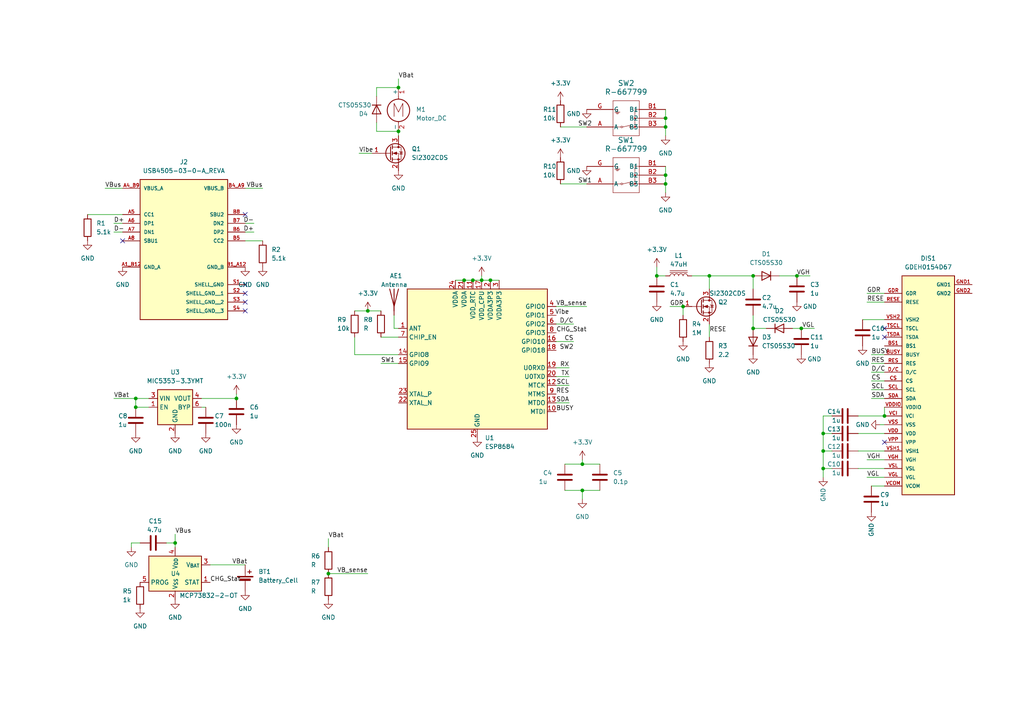
<source format=kicad_sch>
(kicad_sch (version 20231120) (generator "eeschema") (generator_version "8.0")
  (paper "A4")
  (lib_symbols
    (symbol "Battery_Management:MCP73832-2-OT"
      (property "Reference" "U" (at -7.62 6.35 0))
      (property "Value" "MCP73832-2-OT" (at 1.27 6.35 0))
      (symbol "MCP73832-2-OT_0_1"
        (rectangle (start -7.62 5.08) (end 7.62 -5.08) (stroke (width 0.254)) (fill (type background)))
      )
      (symbol "MCP73832-2-OT_1_1"
        (pin output line (at 10.16 -2.54 180) (length 2.54) (name "STAT") (number "1"))
        (pin power_in line (at 0 -7.62 90) (length 2.54) (name "V_{SS}") (number "2"))
        (pin power_out line (at 10.16 2.54 180) (length 2.54) (name "V_{BAT}") (number "3"))
        (pin power_in line (at 0 7.62 270) (length 2.54) (name "V_{DD}") (number "4"))
        (pin input line (at -10.16 -2.54 0) (length 2.54) (name "PROG") (number "5"))
      )
    )
    (symbol "Device:Antenna" (pin_numbers hide) (pin_names (offset 1.016) hide)
      (property "Reference" "AE" (at -1.905 1.905 0))
      (property "Value" "Antenna" (at -1.905 0 0))
      (symbol "Antenna_0_1"
        (polyline (pts (xy 0 2.54) (xy 0 -3.81)) (stroke (width 0.254)))
        (polyline (pts (xy 1.27 2.54) (xy 0 -2.54) (xy -1.27 2.54)) (stroke (width 0.254)))
      )
      (symbol "Antenna_1_1"
        (pin input line (at 0 -5.08 90) (length 2.54) (name "A") (number "1"))
      )
    )
    (symbol "Device:Battery_Cell" (pin_numbers hide) (pin_names (offset 0) hide)
      (property "Reference" "BT" (at 2.54 2.54 0))
      (property "Value" "Battery_Cell" (at 2.54 0 0))
      (symbol "Battery_Cell_0_1"
        (rectangle (start -2.286 1.778) (end 2.286 1.524) (fill (type outline)))
        (rectangle (start -1.524 1.016) (end 1.524 0.508) (fill (type outline)))
        (polyline (pts (xy 0 0.762) (xy 0 0)))
        (polyline (pts (xy 0 1.778) (xy 0 2.54)))
        (polyline (pts (xy 0.762 3.048) (xy 1.778 3.048)) (stroke (width 0.254)))
        (polyline (pts (xy 1.27 3.556) (xy 1.27 2.54)) (stroke (width 0.254)))
      )
      (symbol "Battery_Cell_1_1"
        (pin passive line (at 0 5.08 270) (length 2.54) (name "+") (number "1"))
        (pin passive line (at 0 -2.54 90) (length 2.54) (name "-") (number "2"))
      )
    )
    (symbol "Device:C" (pin_numbers hide) (pin_names (offset 0.254))
      (property "Reference" "C" (at 0.635 2.54 0))
      (property "Value" "C" (at 0.635 -2.54 0))
      (symbol "C_0_1"
        (polyline (pts (xy -2.032 -0.762) (xy 2.032 -0.762)) (stroke (width 0.508)))
        (polyline (pts (xy -2.032 0.762) (xy 2.032 0.762)) (stroke (width 0.508)))
      )
      (symbol "C_1_1"
        (pin passive line (at 0 3.81 270) (length 2.794) (name "~") (number "1"))
        (pin passive line (at 0 -3.81 90) (length 2.794) (name "~") (number "2"))
      )
    )
    (symbol "Device:D" (pin_numbers hide) (pin_names (offset 1.016) hide)
      (property "Reference" "D" (at 0 2.54 0))
      (property "Value" "D" (at 0 -2.54 0))
      (symbol "D_0_1"
        (polyline (pts (xy -1.27 1.27) (xy -1.27 -1.27)) (stroke (width 0.254)))
        (polyline (pts (xy 1.27 0) (xy -1.27 0)))
        (polyline (pts (xy 1.27 1.27) (xy 1.27 -1.27) (xy -1.27 0) (xy 1.27 1.27)) (stroke (width 0.254)))
      )
      (symbol "D_1_1"
        (pin passive line (at -3.81 0 0) (length 2.54) (name "K") (number "1"))
        (pin passive line (at 3.81 0 180) (length 2.54) (name "A") (number "2"))
      )
    )
    (symbol "Device:L_Iron" (pin_numbers hide) (pin_names (offset 1.016) hide)
      (property "Reference" "L" (at -1.27 0 90))
      (property "Value" "L_Iron" (at 2.794 0 90))
      (symbol "L_Iron_0_1"
        (arc (start 0 -2.54) (mid 0.6323 -1.905) (end 0 -1.27))
        (arc (start 0 -1.27) (mid 0.6323 -0.635) (end 0 0))
        (polyline (pts (xy 1.016 2.54) (xy 1.016 -2.54)))
        (polyline (pts (xy 1.524 -2.54) (xy 1.524 2.54)))
        (arc (start 0 0) (mid 0.6323 0.635) (end 0 1.27))
        (arc (start 0 1.27) (mid 0.6323 1.905) (end 0 2.54))
      )
      (symbol "L_Iron_1_1"
        (pin passive line (at 0 3.81 270) (length 1.27) (name "1") (number "1"))
        (pin passive line (at 0 -3.81 90) (length 1.27) (name "2") (number "2"))
      )
    )
    (symbol "Device:R" (pin_numbers hide) (pin_names (offset 0))
      (property "Reference" "R" (at 2.032 0 90))
      (property "Value" "R" (at 0 0 90))
      (symbol "R_0_1"
        (rectangle (start -1.016 -2.54) (end 1.016 2.54) (stroke (width 0.254)))
      )
      (symbol "R_1_1"
        (pin passive line (at 0 3.81 270) (length 1.27) (name "~") (number "1"))
        (pin passive line (at 0 -3.81 90) (length 1.27) (name "~") (number "2"))
      )
    )
    (symbol "E-Paper-Watch-Library:ESP8684"
      (property "Reference" "U" (at 0 1.27 0))
      (property "Value" "ESP8684" (at 0 -3.81 0))
      (symbol "ESP8684_0_1"
        (rectangle (start -20.32 20.32) (end 20.32 -20.32) (stroke (width 0.254)) (fill (type background)))
      )
      (symbol "ESP8684_1_1"
        (pin input line (at -22.86 8.89 0) (length 2.54) (name "ANT") (number "1"))
        (pin bidirectional line (at 22.86 -15.24 180) (length 2.54) (name "MTDI") (number "10"))
        (pin power_in line (at -1.27 22.86 270) (length 2.54) (name "VDD_RTC") (number "11"))
        (pin bidirectional line (at 22.86 -7.62 180) (length 2.54) (name "MTCK") (number "12"))
        (pin bidirectional line (at 22.86 -12.7 180) (length 2.54) (name "MTDO") (number "13"))
        (pin bidirectional line (at -22.86 1.27 0) (length 2.54) (name "GPIO8") (number "14"))
        (pin bidirectional line (at -22.86 -1.27 0) (length 2.54) (name "GPIO9") (number "15"))
        (pin bidirectional line (at 22.86 5.08 180) (length 2.54) (name "GPIO10") (number "16"))
        (pin power_in line (at 1.27 22.86 270) (length 2.54) (name "VDD_CPU") (number "17"))
        (pin bidirectional line (at 22.86 2.54 180) (length 2.54) (name "GPIO18") (number "18"))
        (pin bidirectional line (at 22.86 -2.54 180) (length 2.54) (name "U0RXD") (number "19"))
        (pin power_in line (at 3.81 22.86 270) (length 2.54) (name "VDDA3P3") (number "2"))
        (pin bidirectional line (at 22.86 -5.08 180) (length 2.54) (name "U0TXD") (number "20"))
        (pin power_in line (at -3.81 22.86 270) (length 2.54) (name "VDDA") (number "21"))
        (pin bidirectional line (at -22.86 -12.7 0) (length 2.54) (name "XTAL_N") (number "22"))
        (pin bidirectional line (at -22.86 -10.16 0) (length 2.54) (name "XTAL_P") (number "23"))
        (pin power_in line (at -6.35 22.86 270) (length 2.54) (name "VDDA") (number "24"))
        (pin power_in line (at 0 -22.86 90) (length 2.54) (name "GND") (number "25"))
        (pin power_in line (at 6.35 22.86 270) (length 2.54) (name "VDDA3P3") (number "3"))
        (pin bidirectional line (at 22.86 15.24 180) (length 2.54) (name "GPIO0") (number "4"))
        (pin bidirectional line (at 22.86 12.7 180) (length 2.54) (name "GPIO1") (number "5"))
        (pin bidirectional line (at 22.86 10.16 180) (length 2.54) (name "GPIO2") (number "6"))
        (pin input line (at -22.86 6.35 0) (length 2.54) (name "CHIP_EN") (number "7"))
        (pin bidirectional line (at 22.86 7.62 180) (length 2.54) (name "GPIO3") (number "8"))
        (pin bidirectional line (at 22.86 -10.16 180) (length 2.54) (name "MTMS") (number "9"))
      )
    )
    (symbol "E-Paper-Watch-Library:GDEH0154D67" (pin_names (offset 1.016))
      (property "Reference" "DIS" (at 0 5.08 0))
      (property "Value" "GDEH0154D67" (at 0 -66.04 0))
      (symbol "GDEH0154D67_0_0"
        (rectangle (start 0 -60.96) (end 15.24 2.54) (stroke (width 0.254)) (fill (type background)))
        (pin bidirectional line (at -5.08 -17.78 0) (length 5.08) (name "BS1") (number "BS1"))
        (pin bidirectional line (at -5.08 -20.32 0) (length 5.08) (name "BUSY") (number "BUSY"))
        (pin bidirectional line (at -5.08 -27.94 0) (length 5.08) (name "CS") (number "CS"))
        (pin bidirectional line (at -5.08 -25.4 0) (length 5.08) (name "D/C") (number "D/C"))
        (pin bidirectional line (at -5.08 -2.54 0) (length 5.08) (name "GDR") (number "GDR"))
        (pin bidirectional line (at 20.32 0 180) (length 5.08) (name "GND1") (number "GND1"))
        (pin bidirectional line (at 20.32 -2.54 180) (length 5.08) (name "GND2") (number "GND2"))
        (pin bidirectional line (at -5.08 -22.86 0) (length 5.08) (name "RES") (number "RES"))
        (pin bidirectional line (at -5.08 -5.08 0) (length 5.08) (name "RESE") (number "RESE"))
        (pin bidirectional line (at -5.08 -30.48 0) (length 5.08) (name "SCL") (number "SCL"))
        (pin bidirectional line (at -5.08 -33.02 0) (length 5.08) (name "SDA") (number "SDA"))
        (pin bidirectional line (at -5.08 -12.7 0) (length 5.08) (name "TSCL") (number "TSCL"))
        (pin bidirectional line (at -5.08 -15.24 0) (length 5.08) (name "TSDA") (number "TSDA"))
        (pin bidirectional line (at -5.08 -38.1 0) (length 5.08) (name "VCI") (number "VCI"))
        (pin bidirectional line (at -5.08 -58.42 0) (length 5.08) (name "VCOM") (number "VCOM"))
        (pin bidirectional line (at -5.08 -43.18 0) (length 5.08) (name "VDD") (number "VDD"))
        (pin bidirectional line (at -5.08 -35.56 0) (length 5.08) (name "VDDIO") (number "VDDIO"))
        (pin bidirectional line (at -5.08 -50.8 0) (length 5.08) (name "VGH") (number "VGH"))
        (pin bidirectional line (at -5.08 -55.88 0) (length 5.08) (name "VGL") (number "VGL"))
        (pin bidirectional line (at -5.08 -45.72 0) (length 5.08) (name "VPP") (number "VPP"))
        (pin bidirectional line (at -5.08 -48.26 0) (length 5.08) (name "VSH1") (number "VSH1"))
        (pin bidirectional line (at -5.08 -10.16 0) (length 5.08) (name "VSH2") (number "VSH2"))
        (pin bidirectional line (at -5.08 -53.34 0) (length 5.08) (name "VSL") (number "VSL"))
        (pin bidirectional line (at -5.08 -40.64 0) (length 5.08) (name "VSS") (number "VSS"))
      )
    )
    (symbol "E-Paper-Watch-Library:R-667799" (pin_names (offset 0.254))
      (property "Reference" "SW" (at 11.43 7.62 0))
      (property "Value" "R-667799" (at 10.16 5.08 0))
      (symbol "R-667799_0_1"
        (polyline (pts (xy 7.62 -7.62) (xy 15.24 -7.62)) (stroke (width 0.127)))
        (polyline (pts (xy 7.62 0) (xy 8.89 0)) (stroke (width 0.127)))
        (polyline (pts (xy 7.62 2.54) (xy 7.62 -7.62)) (stroke (width 0.127)))
        (polyline (pts (xy 8.382 -1.016) (xy 9.398 -1.016)) (stroke (width 0.127)))
        (polyline (pts (xy 8.636 -1.27) (xy 9.144 -1.27)) (stroke (width 0.127)))
        (polyline (pts (xy 8.89 0) (xy 8.89 -0.762)) (stroke (width 0.127)))
        (polyline (pts (xy 9.652 -0.762) (xy 8.128 -0.762)) (stroke (width 0.127)))
        (polyline (pts (xy 9.906 -5.08) (xy 7.62 -5.08)) (stroke (width 0.127)))
        (polyline (pts (xy 10.414 -5.08) (xy 12.7 -4.572)) (stroke (width 0.127)))
        (polyline (pts (xy 12.954 -5.08) (xy 15.24 -5.08)) (stroke (width 0.127)))
        (polyline (pts (xy 13.97 -5.08) (xy 13.97 0)) (stroke (width 0.127)))
        (polyline (pts (xy 13.97 -2.54) (xy 15.24 -2.54)) (stroke (width 0.127)))
        (polyline (pts (xy 13.97 0) (xy 15.24 0)) (stroke (width 0.127)))
        (polyline (pts (xy 15.24 -7.62) (xy 15.24 2.54)) (stroke (width 0.127)))
        (polyline (pts (xy 15.24 2.54) (xy 7.62 2.54)) (stroke (width 0.127)))
        (circle (center 10.16 -5.08) (radius 0.254) (stroke (width 0.127)))
        (circle (center 12.7 -5.08) (radius 0.254) (stroke (width 0.127)))
        (circle (center 13.97 -5.08) (radius 0.127) (stroke (width 0.254)))
        (circle (center 13.97 -2.54) (radius 0.127) (stroke (width 0.254)))
        (pin unspecified line (at 0 -5.08 0) (length 7.62) (name "A") (number "A"))
        (pin unspecified line (at 22.86 0 180) (length 7.62) (name "B1") (number "B1"))
        (pin unspecified line (at 22.86 -2.54 180) (length 7.62) (name "B2") (number "B2"))
        (pin unspecified line (at 22.86 -5.08 180) (length 7.62) (name "B3") (number "B3"))
        (pin unspecified line (at 0 0 0) (length 7.62) (name "G") (number "G"))
      )
    )
    (symbol "E-Paper-Watch-Library:USB4505-03-0-A_REVA" (pin_names (offset 1.016))
      (property "Reference" "J" (at -12.7 16.002 0))
      (property "Value" "USB4505-03-0-A_REVA" (at -12.7 -26.162 0))
      (symbol "USB4505-03-0-A_REVA_0_0"
        (rectangle (start -12.7 15.24) (end 12.7 -25.4) (stroke (width 0.254)) (fill (type background)))
        (pin power_in line (at -17.78 -10.16 0) (length 5.08) (name "GND_A") (number "A1_B12"))
        (pin power_in line (at -17.78 12.7 0) (length 5.08) (name "VBUS_A") (number "A4_B9"))
        (pin bidirectional line (at -17.78 5.08 0) (length 5.08) (name "CC1") (number "A5"))
        (pin bidirectional line (at -17.78 2.54 0) (length 5.08) (name "DP1") (number "A6"))
        (pin bidirectional line (at -17.78 0 0) (length 5.08) (name "DN1") (number "A7"))
        (pin bidirectional line (at -17.78 -2.54 0) (length 5.08) (name "SBU1") (number "A8"))
        (pin power_in line (at 17.78 -10.16 180) (length 5.08) (name "GND_B") (number "B1_A12"))
        (pin power_in line (at 17.78 12.7 180) (length 5.08) (name "VBUS_B") (number "B4_A9"))
        (pin bidirectional line (at 17.78 -2.54 180) (length 5.08) (name "CC2") (number "B5"))
        (pin bidirectional line (at 17.78 0 180) (length 5.08) (name "DP2") (number "B6"))
        (pin bidirectional line (at 17.78 2.54 180) (length 5.08) (name "DN2") (number "B7"))
        (pin bidirectional line (at 17.78 5.08 180) (length 5.08) (name "SBU2") (number "B8"))
        (pin power_in line (at 17.78 -15.24 180) (length 5.08) (name "SHELL_GND") (number "S1"))
        (pin power_in line (at 17.78 -17.78 180) (length 5.08) (name "SHELL_GND__1") (number "S2"))
        (pin power_in line (at 17.78 -20.32 180) (length 5.08) (name "SHELL_GND__2") (number "S3"))
        (pin power_in line (at 17.78 -22.86 180) (length 5.08) (name "SHELL_GND__3") (number "S4"))
      )
    )
    (symbol "Motor:Motor_DC" (pin_names (offset 0))
      (property "Reference" "M" (at 2.54 2.54 0))
      (property "Value" "Motor_DC" (at 2.54 -5.08 0))
      (symbol "Motor_DC_0_0"
        (polyline (pts (xy -1.27 -3.302) (xy -1.27 0.508) (xy 0 -2.032) (xy 1.27 0.508) (xy 1.27 -3.302)))
      )
      (symbol "Motor_DC_0_1"
        (circle (center 0 -1.524) (radius 3.2512) (stroke (width 0.254)))
        (polyline (pts (xy 0 -7.62) (xy 0 -7.112)))
        (polyline (pts (xy 0 -4.7752) (xy 0 -5.1816)))
        (polyline (pts (xy 0 1.7272) (xy 0 2.0828)))
        (polyline (pts (xy 0 2.032) (xy 0 2.54)))
      )
      (symbol "Motor_DC_1_1"
        (pin passive line (at 0 5.08 270) (length 2.54) (name "+") (number "1"))
        (pin passive line (at 0 -7.62 90) (length 2.54) (name "-") (number "2"))
      )
    )
    (symbol "Regulator_Linear:MIC5353-3.3YMT"
      (property "Reference" "U" (at -3.81 6.35 0))
      (property "Value" "MIC5353-3.3YMT" (at 8.89 6.35 0))
      (symbol "MIC5353-3.3YMT_0_1"
        (rectangle (start -5.08 -5.08) (end 5.08 5.08) (stroke (width 0.254)) (fill (type background)))
        (pin input line (at -7.62 0 0) (length 2.54) (name "EN") (number "1"))
        (pin power_in line (at 0 -7.62 90) (length 2.54) (name "GND") (number "2"))
        (pin power_in line (at -7.62 2.54 0) (length 2.54) (name "VIN") (number "3"))
        (pin power_out line (at 7.62 2.54 180) (length 2.54) (name "VOUT") (number "4"))
        (pin no_connect line (at 5.08 -2.54 180) (length 2.54) hide (name "NC") (number "5"))
        (pin passive line (at 7.62 0 180) (length 2.54) (name "BYP") (number "6"))
        (pin passive line (at 0 -7.62 90) (length 2.54) hide (name "GND") (number "7"))
      )
    )
    (symbol "Transistor_FET:DMN2230U" (pin_names hide)
      (property "Reference" "Q" (at 5.08 1.905 0))
      (property "Value" "DMN2230U" (at 5.08 0 0))
      (symbol "DMN2230U_0_1"
        (polyline (pts (xy 0.254 0) (xy -2.54 0)))
        (polyline (pts (xy 0.254 1.905) (xy 0.254 -1.905)) (stroke (width 0.254)))
        (polyline (pts (xy 0.762 -1.27) (xy 0.762 -2.286)) (stroke (width 0.254)))
        (polyline (pts (xy 0.762 0.508) (xy 0.762 -0.508)) (stroke (width 0.254)))
        (polyline (pts (xy 0.762 2.286) (xy 0.762 1.27)) (stroke (width 0.254)))
        (polyline (pts (xy 2.54 2.54) (xy 2.54 1.778)))
        (polyline (pts (xy 2.54 -2.54) (xy 2.54 0) (xy 0.762 0)))
        (polyline (pts (xy 0.762 -1.778) (xy 3.302 -1.778) (xy 3.302 1.778) (xy 0.762 1.778)))
        (polyline (pts (xy 1.016 0) (xy 2.032 0.381) (xy 2.032 -0.381) (xy 1.016 0)) (fill (type outline)))
        (polyline (pts (xy 2.794 0.508) (xy 2.921 0.381) (xy 3.683 0.381) (xy 3.81 0.254)))
        (polyline (pts (xy 3.302 0.381) (xy 2.921 -0.254) (xy 3.683 -0.254) (xy 3.302 0.381)))
        (circle (center 1.651 0) (radius 2.794) (stroke (width 0.254)))
        (circle (center 2.54 -1.778) (radius 0.254) (fill (type outline)))
        (circle (center 2.54 1.778) (radius 0.254) (fill (type outline)))
      )
      (symbol "DMN2230U_1_1"
        (pin input line (at -5.08 0 0) (length 2.54) (name "G") (number "1"))
        (pin passive line (at 2.54 -5.08 90) (length 2.54) (name "S") (number "2"))
        (pin passive line (at 2.54 5.08 270) (length 2.54) (name "D") (number "3"))
      )
    )
    (symbol "power:+3.3V" (power) (pin_names (offset 0))
      (property "Value" "+3.3V" (at 0 3.556 0))
      (symbol "+3.3V_0_1"
        (polyline (pts (xy -0.762 1.27) (xy 0 2.54)))
        (polyline (pts (xy 0 0) (xy 0 2.54)))
        (polyline (pts (xy 0 2.54) (xy 0.762 1.27)))
      )
      (symbol "+3.3V_1_1"
        (pin power_in line (at 0 0 90) (length 0) hide (name "+3.3V") (number "1"))
      )
    )
    (symbol "power:GND" (power) (pin_names (offset 0))
      (property "Value" "GND" (at 0 -3.81 0))
      (symbol "GND_0_1"
        (polyline (pts (xy 0 0) (xy 0 -1.27) (xy 1.27 -1.27) (xy 0 -2.54) (xy -1.27 -1.27) (xy 0 -1.27)))
      )
      (symbol "GND_1_1"
        (pin power_in line (at 0 0 270) (length 0) hide (name "GND") (number "1"))
      )
    )
  )
  (junction (at 238.76 130.81))
  (junction (at 142.24 81.28))
  (junction (at 139.7 81.28))
  (junction (at 193.04 34.29))
  (junction (at 190.5 80.01))
  (junction (at 39.37 115.57))
  (junction (at 238.76 135.89))
  (junction (at 193.04 36.83))
  (junction (at 168.91 134.62))
  (junction (at 232.41 95.25))
  (junction (at 68.58 115.57))
  (junction (at 106.68 90.17))
  (junction (at 134.62 81.28))
  (junction (at 39.37 118.11))
  (junction (at 50.8 157.48))
  (junction (at 168.91 142.24))
  (junction (at 238.76 125.73))
  (junction (at 137.16 81.28))
  (junction (at 193.04 50.8))
  (junction (at 231.14 80.01))
  (junction (at 218.44 95.25))
  (junction (at 95.25 166.37))
  (junction (at 205.74 80.01))
  (junction (at 198.12 88.9))
  (junction (at 115.57 25.4))
  (junction (at 256.54 120.65))
  (junction (at 193.04 53.34))
  (junction (at 218.44 80.01))
  (junction (at 115.57 38.1))
  (no_connect (at 35.56 69.85))
  (no_connect (at 71.12 82.55))
  (no_connect (at 256.54 97.79))
  (no_connect (at 71.12 87.63))
  (no_connect (at 256.54 95.25))
  (no_connect (at 71.12 85.09))
  (no_connect (at 256.54 128.27))
  (no_connect (at 71.12 62.23))
  (no_connect (at 71.12 90.17))
  (wire (pts (xy 95.25 156.21) (xy 95.25 158.75)))
  (wire (pts (xy 168.91 144.78) (xy 168.91 142.24)))
  (wire (pts (xy 110.49 97.79) (xy 115.57 97.79)))
  (wire (pts (xy 193.04 31.75) (xy 193.04 34.29)))
  (wire (pts (xy 190.5 80.01) (xy 193.04 80.01)))
  (wire (pts (xy 109.22 25.4) (xy 115.57 25.4)))
  (wire (pts (xy 193.04 50.8) (xy 193.04 53.34)))
  (wire (pts (xy 193.04 48.26) (xy 193.04 50.8)))
  (wire (pts (xy 60.96 163.83) (xy 71.12 163.83)))
  (wire (pts (xy 161.29 93.98) (xy 166.37 93.98)))
  (wire (pts (xy 161.29 111.76) (xy 165.1 111.76)))
  (wire (pts (xy 114.3 95.25) (xy 114.3 91.44)))
  (wire (pts (xy 252.73 113.03) (xy 256.54 113.03)))
  (wire (pts (xy 252.73 115.57) (xy 256.54 115.57)))
  (wire (pts (xy 58.42 115.57) (xy 68.58 115.57)))
  (wire (pts (xy 252.73 110.49) (xy 256.54 110.49)))
  (wire (pts (xy 218.44 95.25) (xy 222.25 95.25)))
  (wire (pts (xy 71.12 64.77) (xy 73.66 64.77)))
  (wire (pts (xy 232.41 95.25) (xy 229.87 95.25)))
  (wire (pts (xy 218.44 95.25) (xy 218.44 91.44)))
  (wire (pts (xy 168.91 134.62) (xy 173.99 134.62)))
  (wire (pts (xy 76.2 54.61) (xy 71.12 54.61)))
  (wire (pts (xy 33.02 115.57) (xy 39.37 115.57)))
  (wire (pts (xy 241.3 120.65) (xy 238.76 120.65)))
  (wire (pts (xy 251.46 87.63) (xy 256.54 87.63)))
  (wire (pts (xy 252.73 140.97) (xy 256.54 140.97)))
  (wire (pts (xy 109.22 27.94) (xy 109.22 25.4)))
  (wire (pts (xy 193.04 36.83) (xy 193.04 39.37)))
  (wire (pts (xy 232.41 95.25) (xy 236.22 95.25)))
  (wire (pts (xy 238.76 135.89) (xy 238.76 138.43)))
  (wire (pts (xy 252.73 107.95) (xy 256.54 107.95)))
  (wire (pts (xy 109.22 35.56) (xy 109.22 38.1)))
  (wire (pts (xy 205.74 93.98) (xy 205.74 97.79)))
  (wire (pts (xy 134.62 81.28) (xy 137.16 81.28)))
  (wire (pts (xy 33.02 67.31) (xy 35.56 67.31)))
  (wire (pts (xy 162.56 36.83) (xy 170.18 36.83)))
  (wire (pts (xy 114.3 95.25) (xy 115.57 95.25)))
  (wire (pts (xy 205.74 80.01) (xy 205.74 83.82)))
  (wire (pts (xy 48.26 157.48) (xy 50.8 157.48)))
  (wire (pts (xy 238.76 130.81) (xy 238.76 135.89)))
  (wire (pts (xy 33.02 64.77) (xy 35.56 64.77)))
  (wire (pts (xy 256.54 118.11) (xy 256.54 120.65)))
  (wire (pts (xy 168.91 142.24) (xy 163.83 142.24)))
  (wire (pts (xy 252.73 102.87) (xy 256.54 102.87)))
  (wire (pts (xy 95.25 166.37) (xy 106.68 166.37)))
  (wire (pts (xy 30.48 54.61) (xy 35.56 54.61)))
  (wire (pts (xy 241.3 130.81) (xy 238.76 130.81)))
  (wire (pts (xy 50.8 157.48) (xy 50.8 154.94)))
  (wire (pts (xy 238.76 120.65) (xy 238.76 125.73)))
  (wire (pts (xy 142.24 81.28) (xy 144.78 81.28)))
  (wire (pts (xy 248.92 135.89) (xy 256.54 135.89)))
  (wire (pts (xy 161.29 88.9) (xy 170.18 88.9)))
  (wire (pts (xy 218.44 83.82) (xy 218.44 80.01)))
  (wire (pts (xy 205.74 80.01) (xy 218.44 80.01)))
  (wire (pts (xy 168.91 133.35) (xy 168.91 134.62)))
  (wire (pts (xy 39.37 115.57) (xy 43.18 115.57)))
  (wire (pts (xy 109.22 38.1) (xy 115.57 38.1)))
  (wire (pts (xy 250.19 92.71) (xy 256.54 92.71)))
  (wire (pts (xy 102.87 90.17) (xy 106.68 90.17)))
  (wire (pts (xy 115.57 39.37) (xy 115.57 38.1)))
  (wire (pts (xy 132.08 81.28) (xy 134.62 81.28)))
  (wire (pts (xy 248.92 130.81) (xy 256.54 130.81)))
  (wire (pts (xy 102.87 102.87) (xy 115.57 102.87)))
  (wire (pts (xy 59.69 118.11) (xy 58.42 118.11)))
  (wire (pts (xy 193.04 34.29) (xy 193.04 36.83)))
  (wire (pts (xy 139.7 80.01) (xy 139.7 81.28)))
  (wire (pts (xy 161.29 99.06) (xy 166.37 99.06)))
  (wire (pts (xy 190.5 77.47) (xy 190.5 80.01)))
  (wire (pts (xy 104.14 44.45) (xy 107.95 44.45)))
  (wire (pts (xy 252.73 105.41) (xy 256.54 105.41)))
  (wire (pts (xy 110.49 90.17) (xy 106.68 90.17)))
  (wire (pts (xy 115.57 22.86) (xy 115.57 25.4)))
  (wire (pts (xy 255.27 123.19) (xy 256.54 123.19)))
  (wire (pts (xy 50.8 157.48) (xy 50.8 158.75)))
  (wire (pts (xy 161.29 109.22) (xy 165.1 109.22)))
  (wire (pts (xy 110.49 105.41) (xy 115.57 105.41)))
  (wire (pts (xy 71.12 67.31) (xy 73.66 67.31)))
  (wire (pts (xy 38.1 157.48) (xy 38.1 158.75)))
  (wire (pts (xy 238.76 125.73) (xy 238.76 130.81)))
  (wire (pts (xy 200.66 80.01) (xy 205.74 80.01)))
  (wire (pts (xy 231.14 80.01) (xy 234.95 80.01)))
  (wire (pts (xy 251.46 138.43) (xy 256.54 138.43)))
  (wire (pts (xy 241.3 125.73) (xy 238.76 125.73)))
  (wire (pts (xy 162.56 53.34) (xy 170.18 53.34)))
  (wire (pts (xy 226.06 80.01) (xy 231.14 80.01)))
  (wire (pts (xy 71.12 69.85) (xy 76.2 69.85)))
  (wire (pts (xy 25.4 62.23) (xy 35.56 62.23)))
  (wire (pts (xy 68.58 114.3) (xy 68.58 115.57)))
  (wire (pts (xy 39.37 118.11) (xy 43.18 118.11)))
  (wire (pts (xy 194.31 88.9) (xy 198.12 88.9)))
  (wire (pts (xy 193.04 55.88) (xy 193.04 53.34)))
  (wire (pts (xy 251.46 133.35) (xy 256.54 133.35)))
  (wire (pts (xy 168.91 142.24) (xy 173.99 142.24)))
  (wire (pts (xy 161.29 106.68) (xy 165.1 106.68)))
  (wire (pts (xy 248.92 120.65) (xy 256.54 120.65)))
  (wire (pts (xy 39.37 118.11) (xy 39.37 115.57)))
  (wire (pts (xy 40.64 157.48) (xy 38.1 157.48)))
  (wire (pts (xy 168.91 134.62) (xy 163.83 134.62)))
  (wire (pts (xy 139.7 81.28) (xy 142.24 81.28)))
  (wire (pts (xy 198.12 88.9) (xy 198.12 91.44)))
  (wire (pts (xy 102.87 97.79) (xy 102.87 102.87)))
  (wire (pts (xy 241.3 135.89) (xy 238.76 135.89)))
  (wire (pts (xy 248.92 125.73) (xy 256.54 125.73)))
  (wire (pts (xy 165.1 116.84) (xy 161.29 116.84)))
  (wire (pts (xy 137.16 81.28) (xy 139.7 81.28)))
  (wire (pts (xy 251.46 85.09) (xy 256.54 85.09)))
  (label "RX" (at 165.1 106.68 180))
  (label "VBus" (at 30.48 54.61 0))
  (label "CS" (at 166.37 99.06 180))
  (label "Vibe" (at 104.14 44.45 0))
  (label "GDR" (at 251.46 85.09 0))
  (label "BUSY" (at 166.37 119.38 180))
  (label "BUSY" (at 252.73 102.87 0))
  (label "VBat" (at 95.25 156.21 0))
  (label "D+" (at 73.66 67.31 180))
  (label "VBat" (at 33.02 115.57 0))
  (label "SCL" (at 165.1 111.76 180))
  (label "VBat" (at 67.31 163.83 0))
  (label "VGL" (at 236.22 95.25 180))
  (label "RES" (at 252.73 105.41 0))
  (label "D{slash}C" (at 252.73 107.95 0))
  (label "VB_sense" (at 170.18 88.9 180))
  (label "Vibe" (at 165.1 91.44 180))
  (label "VGH" (at 234.95 80.01 180))
  (label "D{slash}C" (at 166.37 93.98 180))
  (label "SCL" (at 252.73 113.03 0))
  (label "SW2" (at 167.64 36.83 0))
  (label "SW1" (at 110.49 105.41 0))
  (label "GDR" (at 194.31 88.9 0))
  (label "CHG_Stat" (at 170.18 96.52 180))
  (label "VB_sense" (at 106.68 166.37 180))
  (label "SW1" (at 167.64 53.34 0))
  (label "RES" (at 165.1 114.3 180))
  (label "D-" (at 73.66 64.77 180))
  (label "VBus" (at 76.2 54.61 180))
  (label "D+" (at 33.02 64.77 0))
  (label "D-" (at 33.02 67.31 0))
  (label "RESE" (at 205.74 96.52 0))
  (label "SDA" (at 165.1 116.84 180))
  (label "VGL" (at 251.46 138.43 0))
  (label "TX" (at 165.1 109.22 180))
  (label "VGH" (at 251.46 133.35 0))
  (label "RESE" (at 251.46 87.63 0))
  (label "SW2" (at 166.37 101.6 180))
  (label "SDA" (at 252.73 115.57 0))
  (label "VBus" (at 50.8 154.94 0))
  (label "CHG_Stat" (at 60.96 168.91 0))
  (label "CS" (at 252.73 110.49 0))
  (label "VBat" (at 115.57 22.86 0))
  (symbol (lib_id "power:GND") (at 170.18 48.26 0) (unit 1)
    (property "Reference" "#PWR031" (effects (hide yes)))
    (property "Value" "GND" (at 166.37 49.53 0))
  )
  (symbol (lib_id "power:GND") (at 168.91 144.78 0) (unit 1)
    (property "Reference" "#PWR020" (effects (hide yes)))
    (property "Value" "GND" (at 168.91 149.86 0))
  )
  (symbol (lib_id "E-Paper-Watch-Library:USB4505-03-0-A_REVA") (at 53.34 67.31 0) (unit 1)
    (property "Reference" "J2" (at 53.34 46.99 0))
    (property "Value" "USB4505-03-0-A_REVA" (at 53.34 49.53 0))
    (property "Footprint" "E-Paper_Watch-Library:GCT_USB4505-03-0-A_REVA" (effects (hide yes)))
    (property "PARTREV" "A" (effects (hide yes)))
    (property "STANDARD" "Manufacturer Recommendations" (effects (hide yes)))
    (property "MAXIMUM_PACKAGE_HEIGHT" "2.46mm" (effects (hide yes)))
    (property "MANUFACTURER" "GCT" (effects (hide yes)))
  )
  (symbol (lib_id "Device:C") (at 173.99 138.43 0) (unit 1)
    (property "Reference" "C5" (at 177.8 137.16 0) (effects (justify left)))
    (property "Value" "0.1p" (at 177.8 139.7 0) (effects (justify left)))
    (property "Footprint" "Capacitor_SMD:C_0805_2012Metric" (effects (hide yes)))
  )
  (symbol (lib_id "Device:D") (at 218.44 99.06 90) (unit 1)
    (property "Reference" "D3" (at 220.98 97.79 90) (effects (justify right)))
    (property "Value" "CTS05S30" (at 220.98 100.33 90) (effects (justify right)))
    (property "Footprint" "E-Paper_Watch-Library:D_SOD-882" (effects (hide yes)))
    (property "Sim.Device" "D" (effects (hide yes)))
    (property "Sim.Pins" "1=K 2=A" (effects (hide yes)))
  )
  (symbol (lib_id "Device:R") (at 205.74 101.6 0) (unit 1)
    (property "Reference" "R3" (at 208.28 100.33 0) (effects (justify left)))
    (property "Value" "2.2" (at 208.28 102.87 0) (effects (justify left)))
    (property "Footprint" "Resistor_SMD:R_0805_2012Metric" (effects (hide yes)))
  )
  (symbol (lib_id "power:GND") (at 198.12 99.06 0) (unit 1)
    (property "Reference" "#PWR017" (effects (hide yes)))
    (property "Value" "GND" (at 198.12 104.14 0))
  )
  (symbol (lib_id "E-Paper-Watch-Library:GDEH0154D67") (at 261.62 82.55 0) (unit 1)
    (property "Reference" "DIS1" (at 269.24 74.93 0))
    (property "Value" "GDEH0154D67" (at 269.24 77.47 0))
    (property "Footprint" "E-Paper_Watch-Library:GDEH0154D67" (effects (hide yes)))
  )
  (symbol (lib_id "Battery_Management:MCP73832-2-OT") (at 50.8 166.37 0) (unit 1)
    (property "Reference" "U4" (at 49.53 166.37 0) (effects (justify left)))
    (property "Value" "MCP73832-2-OT" (at 52.07 172.72 0) (effects (justify left)))
    (property "Footprint" "Package_TO_SOT_SMD:SOT-23-5" (effects (hide yes)))
    (property "Datasheet" "http://ww1.microchip.com/downloads/en/DeviceDoc/20001984g.pdf" (effects (hide yes)))
  )
  (symbol (lib_id "power:GND") (at 231.14 87.63 0) (unit 1)
    (property "Reference" "#PWR016" (effects (hide yes)))
    (property "Value" "GND" (at 234.95 88.9 0))
  )
  (symbol (lib_id "Device:C") (at 163.83 138.43 0) (unit 1)
    (property "Reference" "C4" (at 157.48 137.16 0) (effects (justify left)))
    (property "Value" "1u" (at 156.21 139.7 0) (effects (justify left)))
    (property "Footprint" "Capacitor_SMD:C_0805_2012Metric" (effects (hide yes)))
  )
  (symbol (lib_id "power:GND") (at 190.5 87.63 0) (unit 1)
    (property "Reference" "#PWR014" (effects (hide yes)))
    (property "Value" "GND" (at 190.5 92.71 0))
  )
  (symbol (lib_id "power:+3.3V") (at 162.56 29.21 0) (unit 1)
    (property "Reference" "#PWR036" (effects (hide yes)))
    (property "Value" "+3.3V" (at 162.56 24.13 0))
  )
  (symbol (lib_id "power:GND") (at 170.18 31.75 0) (unit 1)
    (property "Reference" "#PWR010" (effects (hide yes)))
    (property "Value" "GND" (at 166.37 33.02 0))
  )
  (symbol (lib_id "Device:D") (at 226.06 95.25 0) (unit 1)
    (property "Reference" "D2" (at 226.06 90.17 0))
    (property "Value" "CTS05S30" (at 226.06 92.71 0))
    (property "Footprint" "E-Paper_Watch-Library:D_SOD-882" (effects (hide yes)))
    (property "Sim.Device" "D" (effects (hide yes)))
    (property "Sim.Pins" "1=K 2=A" (effects (hide yes)))
  )
  (symbol (lib_id "Device:C") (at 59.69 121.92 0) (unit 1)
    (property "Reference" "C7" (at 62.23 120.65 0) (effects (justify left)))
    (property "Value" "100n" (at 62.23 123.19 0) (effects (justify left)))
    (property "Footprint" "Capacitor_SMD:C_0805_2012Metric" (effects (hide yes)))
  )
  (symbol (lib_id "power:GND") (at 35.56 77.47 0) (unit 1)
    (property "Reference" "#PWR07" (effects (hide yes)))
    (property "Value" "GND" (at 35.56 82.55 0))
  )
  (symbol (lib_id "Device:C") (at 39.37 121.92 0) (unit 1)
    (property "Reference" "C8" (at 34.29 120.65 0) (effects (justify left)))
    (property "Value" "1u" (at 34.29 123.19 0) (effects (justify left)))
    (property "Footprint" "Capacitor_SMD:C_0805_2012Metric" (effects (hide yes)))
  )
  (symbol (lib_id "E-Paper-Watch-Library:R-667799") (at 170.18 48.26 0) (unit 1)
    (property "Reference" "SW1" (at 181.61 40.64 0) (effects (font (size 1.524 1.524))))
    (property "Value" "R-667799" (at 181.61 43.18 0) (effects (font (size 1.524 1.524))))
    (property "Footprint" "E-Paper_Watch-Library:R-667799_MIT" (effects (hide yes)))
    (property "Datasheet" "R-667799" (effects (hide yes)))
  )
  (symbol (lib_id "power:GND") (at 250.19 100.33 0) (unit 1)
    (property "Reference" "#PWR034" (effects (hide yes)))
    (property "Value" "GND" (at 250.19 105.41 0))
  )
  (symbol (lib_id "power:GND") (at 205.74 105.41 0) (unit 1)
    (property "Reference" "#PWR018" (effects (hide yes)))
    (property "Value" "GND" (at 205.74 110.49 0))
  )
  (symbol (lib_id "power:GND") (at 71.12 77.47 0) (unit 1)
    (property "Reference" "#PWR01" (effects (hide yes)))
    (property "Value" "GND" (at 71.12 82.55 0))
  )
  (symbol (lib_id "Device:Battery_Cell") (at 71.12 168.91 0) (unit 1)
    (property "Reference" "BT1" (at 74.93 165.7985 0) (effects (justify left)))
    (property "Value" "Battery_Cell" (at 74.93 168.3385 0) (effects (justify left)))
  )
  (symbol (lib_id "power:GND") (at 40.64 176.53 0) (unit 1)
    (property "Reference" "#PWR022" (effects (hide yes)))
    (property "Value" "GND" (at 40.64 181.61 0))
  )
  (symbol (lib_id "Device:R") (at 95.25 170.18 0) (unit 1)
    (property "Reference" "R7" (at 90.17 168.91 0) (effects (justify left)))
    (property "Value" "R" (at 90.17 171.45 0) (effects (justify left)))
    (property "Footprint" "Resistor_SMD:R_0805_2012Metric" (effects (hide yes)))
  )
  (symbol (lib_id "Transistor_FET:DMN2230U") (at 203.2 88.9 0) (unit 1)
    (property "Reference" "Q2" (at 208.28 87.63 0) (effects (justify left)))
    (property "Value" "SI2302CDS" (at 205.74 85.09 0) (effects (justify left)))
    (property "Footprint" "Package_TO_SOT_SMD:SOT-23" (effects (hide yes)))
    (property "Datasheet" "https://www.vishay.com/docs/68645/si2302cds.pdf" (effects (hide yes)))
  )
  (symbol (lib_id "power:GND") (at 95.25 173.99 0) (unit 1)
    (property "Reference" "#PWR025" (effects (hide yes)))
    (property "Value" "GND" (at 95.25 179.07 0))
  )
  (symbol (lib_id "Device:C") (at 218.44 87.63 0) (unit 1)
    (property "Reference" "C2" (at 220.98 86.36 0) (effects (justify left)))
    (property "Value" "4.7u" (at 220.98 88.9 0) (effects (justify left)))
    (property "Footprint" "Capacitor_SMD:C_0805_2012Metric" (effects (hide yes)))
  )
  (symbol (lib_id "power:+3.3V") (at 168.91 133.35 0) (unit 1)
    (property "Reference" "#PWR019" (effects (hide yes)))
    (property "Value" "+3.3V" (at 168.91 128.27 0))
  )
  (symbol (lib_id "power:GND") (at 25.4 69.85 0) (unit 1)
    (property "Reference" "#PWR09" (effects (hide yes)))
    (property "Value" "GND" (at 25.4 74.93 0))
  )
  (symbol (lib_id "power:GND") (at 255.27 123.19 270) (unit 1)
    (property "Reference" "#PWR027" (effects (hide yes)))
    (property "Value" "GND" (at 250.19 123.19 90))
  )
  (symbol (lib_id "Device:C") (at 68.58 119.38 0) (unit 1)
    (property "Reference" "C6" (at 72.39 118.11 0) (effects (justify left)))
    (property "Value" "1u" (at 72.39 120.65 0) (effects (justify left)))
    (property "Footprint" "Capacitor_SMD:C_0805_2012Metric" (effects (hide yes)))
  )
  (symbol (lib_id "power:GND") (at 76.2 77.47 0) (unit 1)
    (property "Reference" "#PWR08" (effects (hide yes)))
    (property "Value" "GND" (at 76.2 82.55 0))
  )
  (symbol (lib_id "Device:C") (at 245.11 135.89 90) (unit 1)
    (property "Reference" "C10" (at 243.84 134.62 90) (effects (justify left)))
    (property "Value" "1u" (at 243.84 137.16 90) (effects (justify left)))
    (property "Footprint" "Capacitor_SMD:C_0805_2012Metric" (effects (hide yes)))
  )
  (symbol (lib_id "power:GND") (at 138.43 127 0) (unit 1)
    (property "Reference" "#PWR03" (effects (hide yes)))
    (property "Value" "GND" (at 138.43 132.08 0))
  )
  (symbol (lib_id "power:GND") (at 59.69 125.73 0) (unit 1)
    (property "Reference" "#PWR023" (effects (hide yes)))
    (property "Value" "GND" (at 59.69 130.81 0))
  )
  (symbol (lib_id "Device:R") (at 102.87 93.98 0) (unit 1)
    (property "Reference" "R9" (at 97.79 92.71 0) (effects (justify left)))
    (property "Value" "10k" (at 97.79 95.25 0) (effects (justify left)))
    (property "Footprint" "Resistor_SMD:R_0805_2012Metric" (effects (hide yes)))
  )
  (symbol (lib_id "power:GND") (at 115.57 49.53 0) (unit 1)
    (property "Reference" "#PWR012" (effects (hide yes)))
    (property "Value" "GND" (at 115.57 54.61 0))
  )
  (symbol (lib_id "power:GND") (at 50.8 125.73 0) (unit 1)
    (property "Reference" "#PWR05" (effects (hide yes)))
    (property "Value" "GND" (at 50.8 130.81 0))
  )
  (symbol (lib_id "power:+3.3V") (at 106.68 90.17 0) (unit 1)
    (property "Reference" "#PWR035" (effects (hide yes)))
    (property "Value" "+3.3V" (at 106.68 85.09 0))
  )
  (symbol (lib_id "power:GND") (at 50.8 173.99 0) (unit 1)
    (property "Reference" "#PWR04" (effects (hide yes)))
    (property "Value" "GND" (at 50.8 179.07 0))
  )
  (symbol (lib_id "Device:D") (at 222.25 80.01 180) (unit 1)
    (property "Reference" "D1" (at 222.25 73.66 0))
    (property "Value" "CTS05S30" (at 222.25 76.2 0))
    (property "Footprint" "E-Paper_Watch-Library:D_SOD-882" (effects (hide yes)))
    (property "Datasheet" "https://toshiba.semicon-storage.com/info/CTS05S30_datasheet_en_20140404.pdf?did=13982&prodName=CTS05S30" (effects (hide yes)))
    (property "Sim.Device" "D" (effects (hide yes)))
    (property "Sim.Pins" "1=K 2=A" (effects (hide yes)))
  )
  (symbol (lib_id "power:GND") (at 238.76 138.43 0) (unit 1)
    (property "Reference" "#PWR028" (effects (hide yes)))
    (property "Value" "GND" (at 238.76 143.51 90))
  )
  (symbol (lib_id "power:GND") (at 218.44 102.87 0) (unit 1)
    (property "Reference" "#PWR015" (effects (hide yes)))
    (property "Value" "GND" (at 218.44 107.95 0))
  )
  (symbol (lib_id "power:+3.3V") (at 68.58 114.3 0) (unit 1)
    (property "Reference" "#PWR02" (effects (hide yes)))
    (property "Value" "+3.3V" (at 68.58 109.22 0))
  )
  (symbol (lib_id "power:GND") (at 252.73 148.59 0) (unit 1)
    (property "Reference" "#PWR029" (effects (hide yes)))
    (property "Value" "GND" (at 252.73 153.67 90))
  )
  (symbol (lib_id "Device:R") (at 40.64 172.72 0) (unit 1)
    (property "Reference" "R5" (at 35.56 171.45 0) (effects (justify left)))
    (property "Value" "1k" (at 35.56 173.99 0) (effects (justify left)))
    (property "Footprint" "Resistor_SMD:R_0805_2012Metric" (effects (hide yes)))
  )
  (symbol (lib_id "Device:C") (at 252.73 144.78 0) (unit 1)
    (property "Reference" "C9" (at 255.27 143.51 0) (effects (justify left)))
    (property "Value" "1u" (at 255.27 146.05 0) (effects (justify left)))
    (property "Footprint" "Capacitor_SMD:C_0805_2012Metric" (effects (hide yes)))
  )
  (symbol (lib_id "Device:R") (at 110.49 93.98 0) (unit 1)
    (property "Reference" "R8" (at 105.41 92.71 0) (effects (justify left)))
    (property "Value" "R" (at 105.41 95.25 0) (effects (justify left)))
    (property "Footprint" "Resistor_SMD:R_0805_2012Metric" (effects (hide yes)))
  )
  (symbol (lib_id "power:GND") (at 39.37 125.73 0) (unit 1)
    (property "Reference" "#PWR024" (effects (hide yes)))
    (property "Value" "GND" (at 39.37 130.81 0))
  )
  (symbol (lib_id "power:GND") (at 38.1 158.75 0) (unit 1)
    (property "Reference" "#PWR030" (effects (hide yes)))
    (property "Value" "GND" (at 38.1 163.83 0))
  )
  (symbol (lib_id "Device:C") (at 232.41 99.06 0) (unit 1)
    (property "Reference" "C11" (at 234.95 97.79 0) (effects (justify left)))
    (property "Value" "1u" (at 234.95 100.33 0) (effects (justify left)))
    (property "Footprint" "Capacitor_SMD:C_0805_2012Metric" (effects (hide yes)))
  )
  (symbol (lib_id "Device:C") (at 44.45 157.48 90) (unit 1)
    (property "Reference" "C15" (at 46.99 151.13 90) (effects (justify left)))
    (property "Value" "4.7u" (at 46.99 153.67 90) (effects (justify left)))
    (property "Footprint" "Capacitor_SMD:C_0805_2012Metric" (effects (hide yes)))
  )
  (symbol (lib_id "power:+3.3V") (at 162.56 45.72 0) (unit 1)
    (property "Reference" "#PWR037" (effects (hide yes)))
    (property "Value" "+3.3V" (at 162.56 40.64 0))
  )
  (symbol (lib_id "Device:Antenna") (at 114.3 86.36 0) (unit 1)
    (property "Reference" "AE1" (at 113.03 80.01 0) (effects (justify left)))
    (property "Value" "Antenna" (at 110.49 82.55 0) (effects (justify left)))
  )
  (symbol (lib_id "Device:C") (at 245.11 125.73 90) (unit 1)
    (property "Reference" "C13" (at 243.84 124.46 90) (effects (justify left)))
    (property "Value" "1u" (at 243.84 127 90) (effects (justify left)))
    (property "Footprint" "Capacitor_SMD:C_0805_2012Metric" (effects (hide yes)))
  )
  (symbol (lib_id "Device:R") (at 162.56 33.02 0) (unit 1)
    (property "Reference" "R11" (at 157.48 31.75 0) (effects (justify left)))
    (property "Value" "10k" (at 157.48 34.29 0) (effects (justify left)))
    (property "Footprint" "Resistor_SMD:R_0805_2012Metric" (effects (hide yes)))
  )
  (symbol (lib_id "power:GND") (at 193.04 39.37 0) (unit 1)
    (property "Reference" "#PWR033" (effects (hide yes)))
    (property "Value" "GND" (at 193.04 44.45 0))
  )
  (symbol (lib_id "power:+3.3V") (at 139.7 80.01 0) (unit 1)
    (property "Reference" "#PWR013" (effects (hide yes)))
    (property "Value" "+3.3V" (at 139.7 74.93 0))
  )
  (symbol (lib_id "Motor:Motor_DC") (at 115.57 30.48 0) (unit 1)
    (property "Reference" "M1" (at 120.65 31.75 0) (effects (justify left)))
    (property "Value" "Motor_DC" (at 120.65 34.29 0) (effects (justify left)))
    (property "Footprint" "E-Paper_Watch-Library:Coin_Vibration_Motor_VC0824K001L" (effects (hide yes)))
  )
  (symbol (lib_id "Device:R") (at 25.4 66.04 0) (unit 1)
    (property "Reference" "R1" (at 27.94 64.77 0) (effects (justify left)))
    (property "Value" "5.1k" (at 27.94 67.31 0) (effects (justify left)))
    (property "Footprint" "Resistor_SMD:R_0805_2012Metric" (effects (hide yes)))
  )
  (symbol (lib_id "Device:R") (at 198.12 95.25 0) (unit 1)
    (property "Reference" "R4" (at 200.66 93.98 0) (effects (justify left)))
    (property "Value" "1M" (at 200.66 96.52 0) (effects (justify left)))
    (property "Footprint" "Resistor_SMD:R_0805_2012Metric" (effects (hide yes)))
  )
  (symbol (lib_id "Transistor_FET:DMN2230U") (at 113.03 44.45 0) (unit 1)
    (property "Reference" "Q1" (at 119.38 43.18 0) (effects (justify left)))
    (property "Value" "SI2302CDS" (at 119.38 45.72 0) (effects (justify left)))
    (property "Footprint" "Package_TO_SOT_SMD:SOT-23" (effects (hide yes)))
    (property "Datasheet" "https://www.vishay.com/docs/68645/si2302cds.pdf" (effects (hide yes)))
  )
  (symbol (lib_id "power:GND") (at 232.41 102.87 0) (unit 1)
    (property "Reference" "#PWR026" (effects (hide yes)))
    (property "Value" "GND" (at 236.22 104.14 0))
  )
  (symbol (lib_id "E-Paper-Watch-Library:R-667799") (at 170.18 31.75 0) (unit 1)
    (property "Reference" "SW2" (at 181.61 24.13 0) (effects (font (size 1.524 1.524))))
    (property "Value" "R-667799" (at 181.61 26.67 0) (effects (font (size 1.524 1.524))))
    (property "Footprint" "E-Paper_Watch-Library:R-667799_MIT" (effects (hide yes)))
    (property "Datasheet" "R-667799" (effects (hide yes)))
  )
  (symbol (lib_id "power:GND") (at 68.58 123.19 0) (unit 1)
    (property "Reference" "#PWR021" (effects (hide yes)))
    (property "Value" "GND" (at 68.58 128.27 0))
  )
  (symbol (lib_id "power:GND") (at 193.04 55.88 0) (unit 1)
    (property "Reference" "#PWR032" (effects (hide yes)))
    (property "Value" "GND" (at 193.04 60.96 0))
  )
  (symbol (lib_id "Device:C") (at 190.5 83.82 0) (unit 1)
    (property "Reference" "C1" (at 194.31 82.55 0) (effects (justify left)))
    (property "Value" "4.7u" (at 194.31 85.09 0) (effects (justify left)))
    (property "Footprint" "Capacitor_SMD:C_0805_2012Metric" (effects (hide yes)))
  )
  (symbol (lib_id "Device:L_Iron") (at 196.85 80.01 90) (unit 1)
    (property "Reference" "L1" (at 196.85 74.1179 90))
    (property "Value" "47uH" (at 196.85 76.6579 90))
    (property "Footprint" "Inductor_SMD:L_Bourns-SRN4018" (effects (hide yes)))
  )
  (symbol (lib_id "E-Paper-Watch-Library:ESP8684") (at 138.43 104.14 0) (unit 1)
    (property "Reference" "U1" (at 140.6241 127 0) (effects (justify left)))
    (property "Value" "ESP8684" (at 140.6241 129.54 0) (effects (justify left)))
    (property "Footprint" "Package_DFN_QFN:QFN-24-1EP_4x4mm_P0.5mm_EP2.8x2.8mm" (effects (hide yes)))
    (property "Datasheet" "https://www.espressif.com/sites/default/files/documentation/esp8684_datasheet_en.pdf" (effects (hide yes)))
  )
  (symbol (lib_id "Device:R") (at 162.56 49.53 0) (unit 1)
    (property "Reference" "R10" (at 157.48 48.26 0) (effects (justify left)))
    (property "Value" "10k" (at 157.48 50.8 0) (effects (justify left)))
    (property "Footprint" "Resistor_SMD:R_0805_2012Metric" (effects (hide yes)))
  )
  (symbol (lib_id "Regulator_Linear:MIC5353-3.3YMT") (at 50.8 118.11 0) (unit 1)
    (property "Reference" "U3" (at 50.8 107.95 0))
    (property "Value" "MIC5353-3.3YMT" (at 50.8 110.49 0))
    (property "Footprint" "Package_DFN_QFN:MLF-6-1EP_1.6x1.6mm_P0.5mm_EP0.5x1.26mm" (effects (hide yes)))
    (property "Datasheet" "http://ww1.microchip.com/downloads/en/DeviceDoc/mic5353.pdf" (effects (hide yes)))
  )
  (symbol (lib_id "power:GND") (at 71.12 171.45 0) (unit 1)
    (property "Reference" "#PWR06" (effects (hide yes)))
    (property "Value" "GND" (at 71.12 176.53 0))
  )
  (symbol (lib_id "Device:C") (at 231.14 83.82 0) (unit 1)
    (property "Reference" "C3" (at 234.95 82.55 0) (effects (justify left)))
    (property "Value" "1u" (at 234.95 85.09 0) (effects (justify left)))
    (property "Footprint" "Capacitor_SMD:C_0805_2012Metric" (effects (hide yes)))
  )
  (symbol (lib_id "Device:C") (at 245.11 130.81 90) (unit 1)
    (property "Reference" "C12" (at 243.84 129.54 90) (effects (justify left)))
    (property "Value" "1u" (at 243.84 132.08 90) (effects (justify left)))
    (property "Footprint" "Capacitor_SMD:C_0805_2012Metric" (effects (hide yes)))
  )
  (symbol (lib_id "Device:D") (at 109.22 31.75 270) (unit 1)
    (property "Reference" "D4" (at 105.41 33.02 90))
    (property "Value" "CTS05S30" (at 102.87 30.48 90))
    (property "Footprint" "E-Paper_Watch-Library:D_SOD-882" (effects (hide yes)))
    (property "Sim.Device" "D" (effects (hide yes)))
    (property "Sim.Pins" "1=K 2=A" (effects (hide yes)))
  )
  (symbol (lib_id "Device:C") (at 245.11 120.65 90) (unit 1)
    (property "Reference" "C14" (at 243.84 119.38 90) (effects (justify left)))
    (property "Value" "1u" (at 243.84 121.92 90) (effects (justify left)))
    (property "Footprint" "Capacitor_SMD:C_0805_2012Metric" (effects (hide yes)))
  )
  (symbol (lib_id "power:+3.3V") (at 190.5 77.47 0) (unit 1)
    (property "Reference" "#PWR011" (effects (hide yes)))
    (property "Value" "+3.3V" (at 190.5 72.39 0))
  )
  (symbol (lib_id "Device:R") (at 95.25 162.56 0) (unit 1)
    (property "Reference" "R6" (at 90.17 161.29 0) (effects (justify left)))
    (property "Value" "R" (at 90.17 163.83 0) (effects (justify left)))
    (property "Footprint" "Resistor_SMD:R_0805_2012Metric" (effects (hide yes)))
  )
  (symbol (lib_id "Device:C") (at 250.19 96.52 0) (unit 1)
    (property "Reference" "C16" (at 252.73 95.25 0) (effects (justify left)))
    (property "Value" "1u" (at 252.73 97.79 0) (effects (justify left)))
    (property "Footprint" "Capacitor_SMD:C_0805_2012Metric" (effects (hide yes)))
  )
  (symbol (lib_id "Device:R") (at 76.2 73.66 0) (unit 1)
    (property "Reference" "R2" (at 78.74 72.39 0) (effects (justify left)))
    (property "Value" "5.1k" (at 78.74 74.93 0) (effects (justify left)))
    (property "Footprint" "Resistor_SMD:R_0805_2012Metric" (effects (hide yes)))
  )
)
</source>
